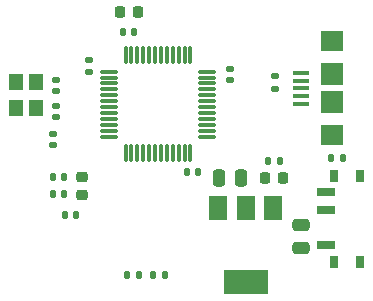
<source format=gtp>
G04 #@! TF.GenerationSoftware,KiCad,Pcbnew,(6.0.6)*
G04 #@! TF.CreationDate,2022-07-12T20:28:45+05:30*
G04 #@! TF.ProjectId,stm32_minimal_dev,73746d33-325f-46d6-996e-696d616c5f64,rev?*
G04 #@! TF.SameCoordinates,Original*
G04 #@! TF.FileFunction,Paste,Top*
G04 #@! TF.FilePolarity,Positive*
%FSLAX46Y46*%
G04 Gerber Fmt 4.6, Leading zero omitted, Abs format (unit mm)*
G04 Created by KiCad (PCBNEW (6.0.6)) date 2022-07-12 20:28:45*
%MOMM*%
%LPD*%
G01*
G04 APERTURE LIST*
G04 Aperture macros list*
%AMRoundRect*
0 Rectangle with rounded corners*
0 $1 Rounding radius*
0 $2 $3 $4 $5 $6 $7 $8 $9 X,Y pos of 4 corners*
0 Add a 4 corners polygon primitive as box body*
4,1,4,$2,$3,$4,$5,$6,$7,$8,$9,$2,$3,0*
0 Add four circle primitives for the rounded corners*
1,1,$1+$1,$2,$3*
1,1,$1+$1,$4,$5*
1,1,$1+$1,$6,$7*
1,1,$1+$1,$8,$9*
0 Add four rect primitives between the rounded corners*
20,1,$1+$1,$2,$3,$4,$5,0*
20,1,$1+$1,$4,$5,$6,$7,0*
20,1,$1+$1,$6,$7,$8,$9,0*
20,1,$1+$1,$8,$9,$2,$3,0*%
G04 Aperture macros list end*
%ADD10RoundRect,0.218750X0.218750X0.256250X-0.218750X0.256250X-0.218750X-0.256250X0.218750X-0.256250X0*%
%ADD11RoundRect,0.250000X-0.250000X-0.475000X0.250000X-0.475000X0.250000X0.475000X-0.250000X0.475000X0*%
%ADD12RoundRect,0.140000X-0.170000X0.140000X-0.170000X-0.140000X0.170000X-0.140000X0.170000X0.140000X0*%
%ADD13R,1.350000X0.400000*%
%ADD14R,1.900000X1.800000*%
%ADD15R,1.900000X1.900000*%
%ADD16RoundRect,0.218750X-0.256250X0.218750X-0.256250X-0.218750X0.256250X-0.218750X0.256250X0.218750X0*%
%ADD17R,1.500000X2.000000*%
%ADD18R,3.800000X2.000000*%
%ADD19RoundRect,0.140000X0.140000X0.170000X-0.140000X0.170000X-0.140000X-0.170000X0.140000X-0.170000X0*%
%ADD20RoundRect,0.250000X0.475000X-0.250000X0.475000X0.250000X-0.475000X0.250000X-0.475000X-0.250000X0*%
%ADD21RoundRect,0.140000X-0.140000X-0.170000X0.140000X-0.170000X0.140000X0.170000X-0.140000X0.170000X0*%
%ADD22RoundRect,0.075000X-0.662500X-0.075000X0.662500X-0.075000X0.662500X0.075000X-0.662500X0.075000X0*%
%ADD23RoundRect,0.075000X-0.075000X-0.662500X0.075000X-0.662500X0.075000X0.662500X-0.075000X0.662500X0*%
%ADD24R,0.800000X1.000000*%
%ADD25R,1.500000X0.700000*%
%ADD26R,1.200000X1.400000*%
%ADD27RoundRect,0.135000X-0.185000X0.135000X-0.185000X-0.135000X0.185000X-0.135000X0.185000X0.135000X0*%
%ADD28RoundRect,0.225000X-0.225000X-0.250000X0.225000X-0.250000X0.225000X0.250000X-0.225000X0.250000X0*%
%ADD29RoundRect,0.135000X0.135000X0.185000X-0.135000X0.185000X-0.135000X-0.185000X0.135000X-0.185000X0*%
%ADD30RoundRect,0.140000X0.170000X-0.140000X0.170000X0.140000X-0.170000X0.140000X-0.170000X-0.140000X0*%
%ADD31RoundRect,0.135000X-0.135000X-0.185000X0.135000X-0.185000X0.135000X0.185000X-0.135000X0.185000X0*%
G04 APERTURE END LIST*
D10*
X170484900Y-92176600D03*
X168909900Y-92176600D03*
D11*
X165013600Y-92176600D03*
X166913600Y-92176600D03*
D12*
X165938200Y-82959000D03*
X165938200Y-83919000D03*
D13*
X171950000Y-85882000D03*
X171950000Y-85232000D03*
X171950000Y-84582000D03*
X171950000Y-83932000D03*
X171950000Y-83282000D03*
D14*
X174625000Y-88582000D03*
D15*
X174625000Y-85782000D03*
X174625000Y-83382000D03*
D14*
X174625000Y-80582000D03*
D16*
X153467600Y-92068200D03*
X153467600Y-93643200D03*
D17*
X169584400Y-94690800D03*
X167284400Y-94690800D03*
D18*
X167284400Y-100990800D03*
D17*
X164984400Y-94690800D03*
D19*
X163294000Y-91694000D03*
X162334000Y-91694000D03*
D20*
X171983400Y-98105000D03*
X171983400Y-96205000D03*
D19*
X151947600Y-93548200D03*
X150987600Y-93548200D03*
D21*
X156898400Y-79806800D03*
X157858400Y-79806800D03*
D12*
X151206200Y-86057800D03*
X151206200Y-87017800D03*
D22*
X155705100Y-83178200D03*
X155705100Y-83678200D03*
X155705100Y-84178200D03*
X155705100Y-84678200D03*
X155705100Y-85178200D03*
X155705100Y-85678200D03*
X155705100Y-86178200D03*
X155705100Y-86678200D03*
X155705100Y-87178200D03*
X155705100Y-87678200D03*
X155705100Y-88178200D03*
X155705100Y-88678200D03*
D23*
X157117600Y-90090700D03*
X157617600Y-90090700D03*
X158117600Y-90090700D03*
X158617600Y-90090700D03*
X159117600Y-90090700D03*
X159617600Y-90090700D03*
X160117600Y-90090700D03*
X160617600Y-90090700D03*
X161117600Y-90090700D03*
X161617600Y-90090700D03*
X162117600Y-90090700D03*
X162617600Y-90090700D03*
D22*
X164030100Y-88678200D03*
X164030100Y-88178200D03*
X164030100Y-87678200D03*
X164030100Y-87178200D03*
X164030100Y-86678200D03*
X164030100Y-86178200D03*
X164030100Y-85678200D03*
X164030100Y-85178200D03*
X164030100Y-84678200D03*
X164030100Y-84178200D03*
X164030100Y-83678200D03*
X164030100Y-83178200D03*
D23*
X162617600Y-81765700D03*
X162117600Y-81765700D03*
X161617600Y-81765700D03*
X161117600Y-81765700D03*
X160617600Y-81765700D03*
X160117600Y-81765700D03*
X159617600Y-81765700D03*
X159117600Y-81765700D03*
X158617600Y-81765700D03*
X158117600Y-81765700D03*
X157617600Y-81765700D03*
X157117600Y-81765700D03*
D24*
X176944000Y-91981000D03*
X174734000Y-99281000D03*
X176944000Y-99281000D03*
X174734000Y-91981000D03*
D25*
X174084000Y-97881000D03*
X174084000Y-94881000D03*
X174084000Y-93381000D03*
D26*
X149542500Y-86266200D03*
X149542500Y-84066200D03*
X147842500Y-84066200D03*
X147842500Y-86266200D03*
D27*
X169748200Y-83589400D03*
X169748200Y-84609400D03*
D28*
X156654200Y-78155800D03*
X158204200Y-78155800D03*
D29*
X175541400Y-90474800D03*
X174521400Y-90474800D03*
X170207400Y-90754200D03*
X169187400Y-90754200D03*
D19*
X152947600Y-95318200D03*
X151987600Y-95318200D03*
D12*
X150977600Y-88470800D03*
X150977600Y-89430800D03*
D29*
X158294800Y-100431600D03*
X157274800Y-100431600D03*
D19*
X151940200Y-92125800D03*
X150980200Y-92125800D03*
D12*
X151206200Y-83873400D03*
X151206200Y-84833400D03*
D30*
X154051000Y-83182400D03*
X154051000Y-82222400D03*
D31*
X159408400Y-100431600D03*
X160428400Y-100431600D03*
M02*

</source>
